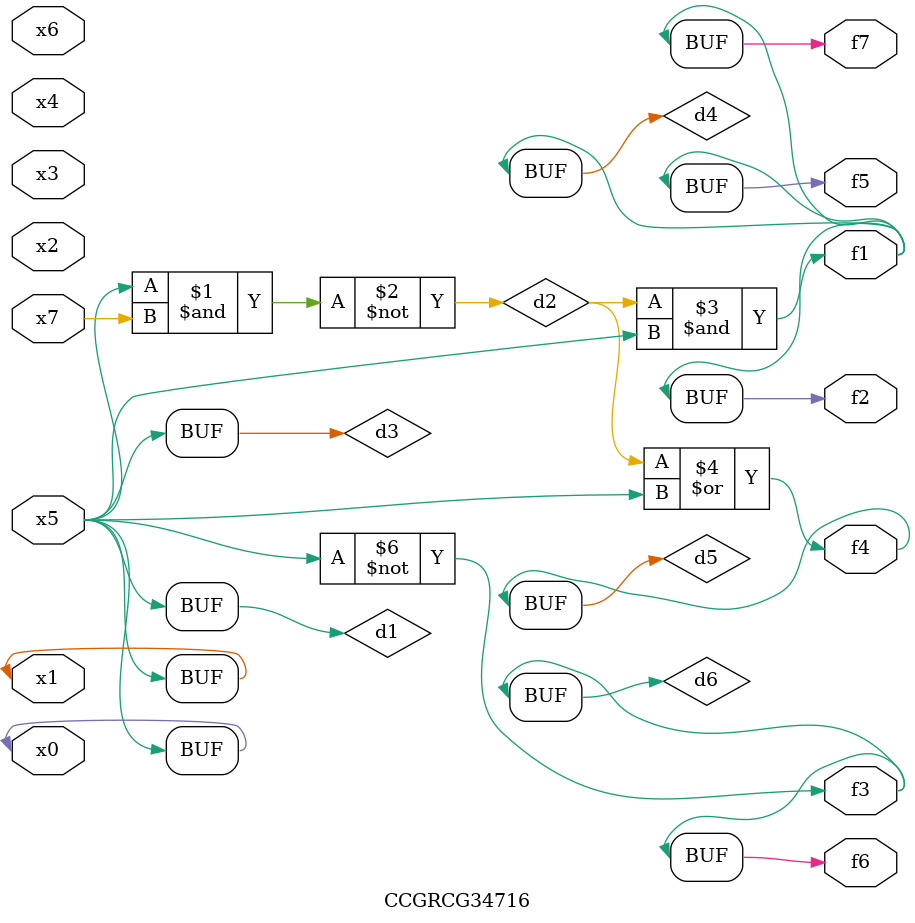
<source format=v>
module CCGRCG34716(
	input x0, x1, x2, x3, x4, x5, x6, x7,
	output f1, f2, f3, f4, f5, f6, f7
);

	wire d1, d2, d3, d4, d5, d6;

	buf (d1, x0, x5);
	nand (d2, x5, x7);
	buf (d3, x0, x1);
	and (d4, d2, d3);
	or (d5, d2, d3);
	nor (d6, d1, d3);
	assign f1 = d4;
	assign f2 = d4;
	assign f3 = d6;
	assign f4 = d5;
	assign f5 = d4;
	assign f6 = d6;
	assign f7 = d4;
endmodule

</source>
